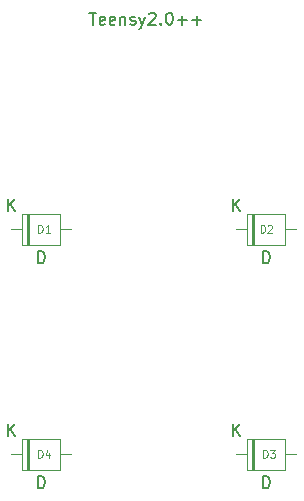
<source format=gbr>
G04 #@! TF.GenerationSoftware,KiCad,Pcbnew,(5.0.1-3-g963ef8bb5)*
G04 #@! TF.CreationDate,2018-12-19T18:05:48-08:00*
G04 #@! TF.ProjectId,snacky44,736E61636B7934342E6B696361645F70,rev?*
G04 #@! TF.SameCoordinates,Original*
G04 #@! TF.FileFunction,Other,Fab,Top*
%FSLAX46Y46*%
G04 Gerber Fmt 4.6, Leading zero omitted, Abs format (unit mm)*
G04 Created by KiCad (PCBNEW (5.0.1-3-g963ef8bb5)) date Wednesday, December 19, 2018 at 06:05:48 PM*
%MOMM*%
%LPD*%
G01*
G04 APERTURE LIST*
%ADD10C,0.100000*%
%ADD11C,0.150000*%
%ADD12C,0.096000*%
G04 APERTURE END LIST*
D10*
G04 #@! TO.C,D1*
X143180000Y-139670000D02*
X143180000Y-142270000D01*
X143180000Y-142270000D02*
X146380000Y-142270000D01*
X146380000Y-142270000D02*
X146380000Y-139670000D01*
X146380000Y-139670000D02*
X143180000Y-139670000D01*
X142240000Y-140970000D02*
X143180000Y-140970000D01*
X147320000Y-140970000D02*
X146380000Y-140970000D01*
X143660000Y-139670000D02*
X143660000Y-142270000D01*
X143760000Y-139670000D02*
X143760000Y-142270000D01*
X143560000Y-139670000D02*
X143560000Y-142270000D01*
G04 #@! TO.C,D2*
X162230000Y-139670000D02*
X162230000Y-142270000D01*
X162230000Y-142270000D02*
X165430000Y-142270000D01*
X165430000Y-142270000D02*
X165430000Y-139670000D01*
X165430000Y-139670000D02*
X162230000Y-139670000D01*
X161290000Y-140970000D02*
X162230000Y-140970000D01*
X166370000Y-140970000D02*
X165430000Y-140970000D01*
X162710000Y-139670000D02*
X162710000Y-142270000D01*
X162810000Y-139670000D02*
X162810000Y-142270000D01*
X162610000Y-139670000D02*
X162610000Y-142270000D01*
G04 #@! TO.C,D3*
X162610000Y-158720000D02*
X162610000Y-161320000D01*
X162810000Y-158720000D02*
X162810000Y-161320000D01*
X162710000Y-158720000D02*
X162710000Y-161320000D01*
X166370000Y-160020000D02*
X165430000Y-160020000D01*
X161290000Y-160020000D02*
X162230000Y-160020000D01*
X165430000Y-158720000D02*
X162230000Y-158720000D01*
X165430000Y-161320000D02*
X165430000Y-158720000D01*
X162230000Y-161320000D02*
X165430000Y-161320000D01*
X162230000Y-158720000D02*
X162230000Y-161320000D01*
G04 #@! TO.C,D4*
X143560000Y-158720000D02*
X143560000Y-161320000D01*
X143760000Y-158720000D02*
X143760000Y-161320000D01*
X143660000Y-158720000D02*
X143660000Y-161320000D01*
X147320000Y-160020000D02*
X146380000Y-160020000D01*
X142240000Y-160020000D02*
X143180000Y-160020000D01*
X146380000Y-158720000D02*
X143180000Y-158720000D01*
X146380000Y-161320000D02*
X146380000Y-158720000D01*
X143180000Y-161320000D02*
X146380000Y-161320000D01*
X143180000Y-158720000D02*
X143180000Y-161320000D01*
G04 #@! TD*
G04 #@! TO.C,D1*
D11*
X144518095Y-143842380D02*
X144518095Y-142842380D01*
X144756190Y-142842380D01*
X144899047Y-142890000D01*
X144994285Y-142985238D01*
X145041904Y-143080476D01*
X145089523Y-143270952D01*
X145089523Y-143413809D01*
X145041904Y-143604285D01*
X144994285Y-143699523D01*
X144899047Y-143794761D01*
X144756190Y-143842380D01*
X144518095Y-143842380D01*
D12*
X144547619Y-141259523D02*
X144547619Y-140619523D01*
X144700000Y-140619523D01*
X144791428Y-140650000D01*
X144852380Y-140710952D01*
X144882857Y-140771904D01*
X144913333Y-140893809D01*
X144913333Y-140985238D01*
X144882857Y-141107142D01*
X144852380Y-141168095D01*
X144791428Y-141229047D01*
X144700000Y-141259523D01*
X144547619Y-141259523D01*
X145522857Y-141259523D02*
X145157142Y-141259523D01*
X145340000Y-141259523D02*
X145340000Y-140619523D01*
X145279047Y-140710952D01*
X145218095Y-140771904D01*
X145157142Y-140802380D01*
D11*
X141978095Y-139422380D02*
X141978095Y-138422380D01*
X142549523Y-139422380D02*
X142120952Y-138850952D01*
X142549523Y-138422380D02*
X141978095Y-138993809D01*
G04 #@! TO.C,D2*
X163568095Y-143842380D02*
X163568095Y-142842380D01*
X163806190Y-142842380D01*
X163949047Y-142890000D01*
X164044285Y-142985238D01*
X164091904Y-143080476D01*
X164139523Y-143270952D01*
X164139523Y-143413809D01*
X164091904Y-143604285D01*
X164044285Y-143699523D01*
X163949047Y-143794761D01*
X163806190Y-143842380D01*
X163568095Y-143842380D01*
D12*
X163357619Y-141259523D02*
X163357619Y-140619523D01*
X163510000Y-140619523D01*
X163601428Y-140650000D01*
X163662380Y-140710952D01*
X163692857Y-140771904D01*
X163723333Y-140893809D01*
X163723333Y-140985238D01*
X163692857Y-141107142D01*
X163662380Y-141168095D01*
X163601428Y-141229047D01*
X163510000Y-141259523D01*
X163357619Y-141259523D01*
X163967142Y-140680476D02*
X163997619Y-140650000D01*
X164058571Y-140619523D01*
X164210952Y-140619523D01*
X164271904Y-140650000D01*
X164302380Y-140680476D01*
X164332857Y-140741428D01*
X164332857Y-140802380D01*
X164302380Y-140893809D01*
X163936666Y-141259523D01*
X164332857Y-141259523D01*
D11*
X161028095Y-139422380D02*
X161028095Y-138422380D01*
X161599523Y-139422380D02*
X161170952Y-138850952D01*
X161599523Y-138422380D02*
X161028095Y-138993809D01*
G04 #@! TO.C,D3*
X163568095Y-162892380D02*
X163568095Y-161892380D01*
X163806190Y-161892380D01*
X163949047Y-161940000D01*
X164044285Y-162035238D01*
X164091904Y-162130476D01*
X164139523Y-162320952D01*
X164139523Y-162463809D01*
X164091904Y-162654285D01*
X164044285Y-162749523D01*
X163949047Y-162844761D01*
X163806190Y-162892380D01*
X163568095Y-162892380D01*
X161028095Y-158472380D02*
X161028095Y-157472380D01*
X161599523Y-158472380D02*
X161170952Y-157900952D01*
X161599523Y-157472380D02*
X161028095Y-158043809D01*
D12*
X163597619Y-160309523D02*
X163597619Y-159669523D01*
X163750000Y-159669523D01*
X163841428Y-159700000D01*
X163902380Y-159760952D01*
X163932857Y-159821904D01*
X163963333Y-159943809D01*
X163963333Y-160035238D01*
X163932857Y-160157142D01*
X163902380Y-160218095D01*
X163841428Y-160279047D01*
X163750000Y-160309523D01*
X163597619Y-160309523D01*
X164176666Y-159669523D02*
X164572857Y-159669523D01*
X164359523Y-159913333D01*
X164450952Y-159913333D01*
X164511904Y-159943809D01*
X164542380Y-159974285D01*
X164572857Y-160035238D01*
X164572857Y-160187619D01*
X164542380Y-160248571D01*
X164511904Y-160279047D01*
X164450952Y-160309523D01*
X164268095Y-160309523D01*
X164207142Y-160279047D01*
X164176666Y-160248571D01*
G04 #@! TO.C,D4*
D11*
X144518095Y-162892380D02*
X144518095Y-161892380D01*
X144756190Y-161892380D01*
X144899047Y-161940000D01*
X144994285Y-162035238D01*
X145041904Y-162130476D01*
X145089523Y-162320952D01*
X145089523Y-162463809D01*
X145041904Y-162654285D01*
X144994285Y-162749523D01*
X144899047Y-162844761D01*
X144756190Y-162892380D01*
X144518095Y-162892380D01*
X141978095Y-158472380D02*
X141978095Y-157472380D01*
X142549523Y-158472380D02*
X142120952Y-157900952D01*
X142549523Y-157472380D02*
X141978095Y-158043809D01*
D12*
X144547619Y-160309523D02*
X144547619Y-159669523D01*
X144700000Y-159669523D01*
X144791428Y-159700000D01*
X144852380Y-159760952D01*
X144882857Y-159821904D01*
X144913333Y-159943809D01*
X144913333Y-160035238D01*
X144882857Y-160157142D01*
X144852380Y-160218095D01*
X144791428Y-160279047D01*
X144700000Y-160309523D01*
X144547619Y-160309523D01*
X145461904Y-159882857D02*
X145461904Y-160309523D01*
X145309523Y-159639047D02*
X145157142Y-160096190D01*
X145553333Y-160096190D01*
G04 #@! TO.C,U1*
D11*
X148860476Y-122642380D02*
X149431904Y-122642380D01*
X149146190Y-123642380D02*
X149146190Y-122642380D01*
X150146190Y-123594761D02*
X150050952Y-123642380D01*
X149860476Y-123642380D01*
X149765238Y-123594761D01*
X149717619Y-123499523D01*
X149717619Y-123118571D01*
X149765238Y-123023333D01*
X149860476Y-122975714D01*
X150050952Y-122975714D01*
X150146190Y-123023333D01*
X150193809Y-123118571D01*
X150193809Y-123213809D01*
X149717619Y-123309047D01*
X151003333Y-123594761D02*
X150908095Y-123642380D01*
X150717619Y-123642380D01*
X150622380Y-123594761D01*
X150574761Y-123499523D01*
X150574761Y-123118571D01*
X150622380Y-123023333D01*
X150717619Y-122975714D01*
X150908095Y-122975714D01*
X151003333Y-123023333D01*
X151050952Y-123118571D01*
X151050952Y-123213809D01*
X150574761Y-123309047D01*
X151479523Y-122975714D02*
X151479523Y-123642380D01*
X151479523Y-123070952D02*
X151527142Y-123023333D01*
X151622380Y-122975714D01*
X151765238Y-122975714D01*
X151860476Y-123023333D01*
X151908095Y-123118571D01*
X151908095Y-123642380D01*
X152336666Y-123594761D02*
X152431904Y-123642380D01*
X152622380Y-123642380D01*
X152717619Y-123594761D01*
X152765238Y-123499523D01*
X152765238Y-123451904D01*
X152717619Y-123356666D01*
X152622380Y-123309047D01*
X152479523Y-123309047D01*
X152384285Y-123261428D01*
X152336666Y-123166190D01*
X152336666Y-123118571D01*
X152384285Y-123023333D01*
X152479523Y-122975714D01*
X152622380Y-122975714D01*
X152717619Y-123023333D01*
X153098571Y-122975714D02*
X153336666Y-123642380D01*
X153574761Y-122975714D02*
X153336666Y-123642380D01*
X153241428Y-123880476D01*
X153193809Y-123928095D01*
X153098571Y-123975714D01*
X153908095Y-122737619D02*
X153955714Y-122690000D01*
X154050952Y-122642380D01*
X154289047Y-122642380D01*
X154384285Y-122690000D01*
X154431904Y-122737619D01*
X154479523Y-122832857D01*
X154479523Y-122928095D01*
X154431904Y-123070952D01*
X153860476Y-123642380D01*
X154479523Y-123642380D01*
X154908095Y-123547142D02*
X154955714Y-123594761D01*
X154908095Y-123642380D01*
X154860476Y-123594761D01*
X154908095Y-123547142D01*
X154908095Y-123642380D01*
X155574761Y-122642380D02*
X155670000Y-122642380D01*
X155765238Y-122690000D01*
X155812857Y-122737619D01*
X155860476Y-122832857D01*
X155908095Y-123023333D01*
X155908095Y-123261428D01*
X155860476Y-123451904D01*
X155812857Y-123547142D01*
X155765238Y-123594761D01*
X155670000Y-123642380D01*
X155574761Y-123642380D01*
X155479523Y-123594761D01*
X155431904Y-123547142D01*
X155384285Y-123451904D01*
X155336666Y-123261428D01*
X155336666Y-123023333D01*
X155384285Y-122832857D01*
X155431904Y-122737619D01*
X155479523Y-122690000D01*
X155574761Y-122642380D01*
X156336666Y-123261428D02*
X157098571Y-123261428D01*
X156717619Y-123642380D02*
X156717619Y-122880476D01*
X157574761Y-123261428D02*
X158336666Y-123261428D01*
X157955714Y-123642380D02*
X157955714Y-122880476D01*
G04 #@! TD*
M02*

</source>
